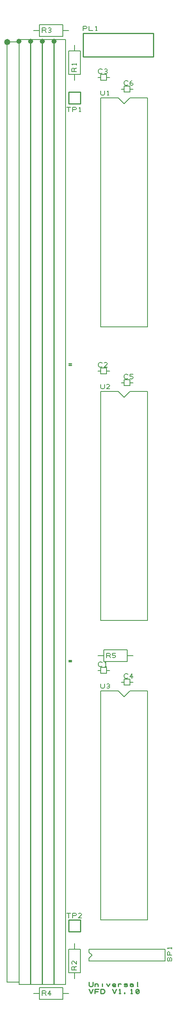
<source format=gbr>
G04 DesignSpark PCB Gerber Version 13.0 Build *
%FSLAX35Y35*%
%MOIN*%
%ADD11C,0.00500*%
%ADD10C,0.01000*%
X0Y0D02*
D02*
D10*
X66721Y75250D02*
Y65250D01*
X76721D01*
Y75250D01*
X66721D01*
Y295313D02*
X69221D01*
Y296563D02*
X66721D01*
Y547813D02*
X69221D01*
Y549063D02*
X66721D01*
Y780250D02*
Y770250D01*
X76721D01*
Y780250D01*
X66721D01*
X79221Y810250D02*
X139221D01*
Y830250D01*
X79221D01*
Y810250D01*
X84221Y22437D02*
Y19625D01*
X84534Y19000D01*
X85159Y18687D01*
X86409D01*
X87034Y19000D01*
X87346Y19625D01*
Y22437D01*
X89221Y18687D02*
Y21187D01*
Y20250D02*
X89534Y20875D01*
X90159Y21187D01*
X90784D01*
X91409Y20875D01*
X91721Y20250D01*
Y18687D01*
X95471D02*
Y21187D01*
Y22125D02*
X99221Y21187D02*
X100471Y18687D01*
X101721Y21187D01*
X106721Y19000D02*
X106409Y18687D01*
X105784D01*
X105159D01*
X104534Y19000D01*
X104221Y19625D01*
Y20563D01*
X104534Y20875D01*
X105159Y21187D01*
X105784D01*
X106409Y20875D01*
X106721Y20563D01*
Y20250D01*
X106409Y19937D01*
X105784Y19625D01*
X105159D01*
X104534Y19937D01*
X104221Y20250D01*
X109221Y18687D02*
Y21187D01*
Y20250D02*
X109534Y20875D01*
X110159Y21187D01*
X110784D01*
X111409Y20875D01*
X114221Y19000D02*
X114846Y18687D01*
X116096D01*
X116721Y19000D01*
Y19625D01*
X116096Y19937D01*
X114846D01*
X114221Y20250D01*
Y20875D01*
X114846Y21187D01*
X116096D01*
X116721Y20875D01*
X119221D02*
X119846Y21187D01*
X120784D01*
X121409Y20875D01*
X121721Y20250D01*
Y19313D01*
X121409Y19000D01*
X120784Y18687D01*
X120159D01*
X119534Y19000D01*
X119221Y19313D01*
Y19625D01*
X119534Y19937D01*
X120159Y20250D01*
X120784D01*
X121409Y19937D01*
X121721Y19625D01*
Y19313D02*
Y18687D01*
X125784D02*
X125471D01*
Y22437D01*
X84221Y16437D02*
X85784Y12687D01*
X87346Y16437D01*
X89221Y12687D02*
Y16437D01*
X92346D01*
X91721Y14563D02*
X89221D01*
X94221Y12687D02*
Y16437D01*
X96096D01*
X96721Y16125D01*
X97034Y15813D01*
X97346Y15187D01*
Y13937D01*
X97034Y13313D01*
X96721Y13000D01*
X96096Y12687D01*
X94221D01*
X104221Y16437D02*
X105784Y12687D01*
X107346Y16437D01*
X109846Y12687D02*
X111096D01*
X110471D02*
Y16437D01*
X109846Y15813D01*
X114534Y12687D02*
X114846Y13000D01*
X114534Y13313D01*
X114221Y13000D01*
X114534Y12687D01*
X119846D02*
X121096D01*
X120471D02*
Y16437D01*
X119846Y15813D01*
X124534Y13000D02*
X125159Y12687D01*
X125784D01*
X126409Y13000D01*
X126721Y13625D01*
Y15500D01*
X126409Y16125D01*
X125784Y16437D01*
X125159D01*
X124534Y16125D01*
X124221Y15500D01*
Y13625D01*
X124534Y13000D01*
X126409Y16125D01*
D02*
D11*
X13946Y823026D02*
Y22474D01*
X24497D01*
Y823026D01*
X13946D01*
X14221Y825250D02*
G75*
G03*
Y820620I0J-2315D01*
G01*
G75*
G03*
Y825250I0J2315D01*
G01*
G36*
X14221Y825250D02*
G75*
G03*
Y820620I0J-2315D01*
G01*
G75*
G03*
Y825250I0J2315D01*
G01*
G37*
X24221Y825388D02*
G75*
G03*
Y821750I0J-1819D01*
G01*
G75*
G03*
Y825388I0J1819D01*
G01*
G36*
X24221Y825388D02*
G75*
G03*
Y821750I0J-1819D01*
G01*
G75*
G03*
Y825388I0J1819D01*
G01*
G37*
X24253Y824955D02*
Y20545D01*
X34190D01*
Y824955D01*
X24253D01*
X34221Y825388D02*
G75*
G03*
Y821750I0J-1819D01*
G01*
G75*
G03*
Y825388I0J1819D01*
G01*
G36*
X34221Y825388D02*
G75*
G03*
Y821750I0J-1819D01*
G01*
G75*
G03*
Y825388I0J1819D01*
G01*
G37*
X34253Y824955D02*
Y20545D01*
X44190D01*
Y824955D01*
X34253D01*
X36721Y12750D02*
X41721D01*
X36721Y832750D02*
X41721D01*
Y7750D02*
Y17750D01*
X61721D01*
Y7750D01*
X41721D01*
Y827750D02*
Y837750D01*
X61721D01*
Y827750D01*
X41721D01*
X44221Y11187D02*
Y14937D01*
X46409D01*
X47034Y14625D01*
X47346Y14000D01*
X47034Y13375D01*
X46409Y13063D01*
X44221D01*
X46409D02*
X47346Y11187D01*
X50784D02*
Y14937D01*
X49221Y12437D01*
X51721D01*
X44221Y825388D02*
G75*
G03*
Y821750I0J-1819D01*
G01*
G75*
G03*
Y825388I0J1819D01*
G01*
G36*
X44221Y825388D02*
G75*
G03*
Y821750I0J-1819D01*
G01*
G75*
G03*
Y825388I0J1819D01*
G01*
G37*
Y831187D02*
Y834937D01*
X46409D01*
X47034Y834625D01*
X47346Y834000D01*
X47034Y833375D01*
X46409Y833063D01*
X44221D01*
X46409D02*
X47346Y831187D01*
X49534Y831500D02*
X50159Y831187D01*
X50784D01*
X51409Y831500D01*
X51721Y832125D01*
X51409Y832750D01*
X50784Y833063D01*
X50159D01*
X50784D02*
X51409Y833375D01*
X51721Y834000D01*
X51409Y834625D01*
X50784Y834937D01*
X50159D01*
X49534Y834625D01*
X44253Y824955D02*
Y20545D01*
X54190D01*
Y824955D01*
X44253D01*
X54221Y825388D02*
G75*
G03*
Y821750I0J-1819D01*
G01*
G75*
G03*
Y825388I0J1819D01*
G01*
G36*
X54221Y825388D02*
G75*
G03*
Y821750I0J-1819D01*
G01*
G75*
G03*
Y825388I0J1819D01*
G01*
G37*
X54253Y824955D02*
Y20545D01*
X64190D01*
Y824955D01*
X54253D01*
X61721Y12750D02*
X66721D01*
X61721Y832750D02*
X66721D01*
X66784Y77187D02*
Y80937D01*
X65221D02*
X68346D01*
X70221Y77187D02*
Y80937D01*
X72409D01*
X73034Y80625D01*
X73346Y80000D01*
X73034Y79375D01*
X72409Y79063D01*
X70221D01*
X77721Y77187D02*
X75221D01*
X77409Y79375D01*
X77721Y80000D01*
X77409Y80625D01*
X76784Y80937D01*
X75846D01*
X75221Y80625D01*
X66784Y763687D02*
Y767437D01*
X65221D02*
X68346D01*
X70221Y763687D02*
Y767437D01*
X72409D01*
X73034Y767125D01*
X73346Y766500D01*
X73034Y765875D01*
X72409Y765563D01*
X70221D01*
X75846Y763687D02*
X77096D01*
X76471D02*
Y767437D01*
X75846Y766813D01*
X66721Y50250D02*
X76721D01*
Y30250D01*
X66721D01*
Y50250D01*
X71721Y30250D02*
Y25250D01*
Y55250D02*
Y50250D01*
Y790250D02*
Y795250D01*
Y815250D02*
Y820250D01*
X73284Y32750D02*
X69534D01*
Y34937D01*
X69846Y35563D01*
X70471Y35875D01*
X71096Y35563D01*
X71409Y34937D01*
Y32750D01*
Y34937D02*
X73284Y35875D01*
Y40250D02*
Y37750D01*
X71096Y39937D01*
X70471Y40250D01*
X69846Y39937D01*
X69534Y39313D01*
Y38375D01*
X69846Y37750D01*
X73284Y797750D02*
X69534D01*
Y799937D01*
X69846Y800563D01*
X70471Y800875D01*
X71096Y800563D01*
X71409Y799937D01*
Y797750D01*
Y799937D02*
X73284Y800875D01*
Y803375D02*
Y804625D01*
Y804000D02*
X69534D01*
X70159Y803375D01*
X76721Y795250D02*
X66721D01*
Y815250D01*
X76721D01*
Y795250D01*
X79221Y832687D02*
Y836437D01*
X81409D01*
X82034Y836125D01*
X82346Y835500D01*
X82034Y834875D01*
X81409Y834563D01*
X79221D01*
X84221Y836437D02*
Y832687D01*
X87346D01*
X89846D02*
X91096D01*
X90471D02*
Y836437D01*
X89846Y835813D01*
X95346Y291813D02*
X95034Y291500D01*
X94409Y291187D01*
X93471D01*
X92846Y291500D01*
X92534Y291813D01*
X92221Y292437D01*
Y293687D01*
X92534Y294313D01*
X92846Y294625D01*
X93471Y294937D01*
X94409D01*
X95034Y294625D01*
X95346Y294313D01*
X97846Y291187D02*
X99096D01*
X98471D02*
Y294937D01*
X97846Y294313D01*
X95346Y546813D02*
X95034Y546500D01*
X94409Y546187D01*
X93471D01*
X92846Y546500D01*
X92534Y546813D01*
X92221Y547437D01*
Y548687D01*
X92534Y549313D01*
X92846Y549625D01*
X93471Y549937D01*
X94409D01*
X95034Y549625D01*
X95346Y549313D01*
X99721Y546187D02*
X97221D01*
X99409Y548375D01*
X99721Y549000D01*
X99409Y549625D01*
X98784Y549937D01*
X97846D01*
X97221Y549625D01*
X95346Y796813D02*
X95034Y796500D01*
X94409Y796187D01*
X93471D01*
X92846Y796500D01*
X92534Y796813D01*
X92221Y797437D01*
Y798687D01*
X92534Y799313D01*
X92846Y799625D01*
X93471Y799937D01*
X94409D01*
X95034Y799625D01*
X95346Y799313D01*
X97534Y796500D02*
X98159Y796187D01*
X98784D01*
X99409Y796500D01*
X99721Y797125D01*
X99409Y797750D01*
X98784Y798063D01*
X98159D01*
X98784D02*
X99409Y798375D01*
X99721Y799000D01*
X99409Y799625D01*
X98784Y799937D01*
X98159D01*
X97534Y799625D01*
X94221Y75250D02*
Y270250D01*
X109221D01*
X114221Y265250D01*
X119221Y270250D01*
X134221D01*
Y75250D01*
X94221D01*
Y276437D02*
Y273625D01*
X94534Y273000D01*
X95159Y272687D01*
X96409D01*
X97034Y273000D01*
X97346Y273625D01*
Y276437D01*
X99534Y273000D02*
X100159Y272687D01*
X100784D01*
X101409Y273000D01*
X101721Y273625D01*
X101409Y274250D01*
X100784Y274563D01*
X100159D01*
X100784D02*
X101409Y274875D01*
X101721Y275500D01*
X101409Y276125D01*
X100784Y276437D01*
X100159D01*
X99534Y276125D01*
X94221Y285250D02*
Y290250D01*
X99221D01*
Y285250D01*
X94221D01*
Y287750D02*
X91721D01*
X94221Y330250D02*
Y525250D01*
X109221D01*
X114221Y520250D01*
X119221Y525250D01*
X134221D01*
Y330250D01*
X94221D01*
Y531437D02*
Y528625D01*
X94534Y528000D01*
X95159Y527687D01*
X96409D01*
X97034Y528000D01*
X97346Y528625D01*
Y531437D01*
X101721Y527687D02*
X99221D01*
X101409Y529875D01*
X101721Y530500D01*
X101409Y531125D01*
X100784Y531437D01*
X99846D01*
X99221Y531125D01*
X94221Y540250D02*
Y545250D01*
X99221D01*
Y540250D01*
X94221D01*
Y542750D02*
X91721D01*
X94221Y580250D02*
Y775250D01*
X109221D01*
X114221Y770250D01*
X119221Y775250D01*
X134221D01*
Y580250D01*
X94221D01*
Y781437D02*
Y778625D01*
X94534Y778000D01*
X95159Y777687D01*
X96409D01*
X97034Y778000D01*
X97346Y778625D01*
Y781437D01*
X99846Y777687D02*
X101096D01*
X100471D02*
Y781437D01*
X99846Y780813D01*
X94221Y790250D02*
Y795250D01*
X99221D01*
Y790250D01*
X94221D01*
Y792750D02*
X91721D01*
X96721Y300250D02*
X91721D01*
X99221Y287750D02*
X101721D01*
X99221Y298687D02*
Y302437D01*
X101409D01*
X102034Y302125D01*
X102346Y301500D01*
X102034Y300875D01*
X101409Y300563D01*
X99221D01*
X101409D02*
X102346Y298687D01*
X104221Y299000D02*
X104846Y298687D01*
X105784D01*
X106409Y299000D01*
X106721Y299625D01*
Y299937D01*
X106409Y300563D01*
X105784Y300875D01*
X104221D01*
Y302437D01*
X106721D01*
X99221Y542750D02*
X101721D01*
X99221Y792750D02*
X101721D01*
X114221Y275250D02*
Y280250D01*
X119221D01*
Y275250D01*
X114221D01*
Y277750D02*
X111721D01*
X117346Y281813D02*
X117034Y281500D01*
X116409Y281187D01*
X115471D01*
X114846Y281500D01*
X114534Y281813D01*
X114221Y282437D01*
Y283687D01*
X114534Y284313D01*
X114846Y284625D01*
X115471Y284937D01*
X116409D01*
X117034Y284625D01*
X117346Y284313D01*
X120784Y281187D02*
Y284937D01*
X119221Y282437D01*
X121721D01*
X114221Y530250D02*
Y535250D01*
X119221D01*
Y530250D01*
X114221D01*
Y532750D02*
X111721D01*
X117346Y536813D02*
X117034Y536500D01*
X116409Y536187D01*
X115471D01*
X114846Y536500D01*
X114534Y536813D01*
X114221Y537437D01*
Y538687D01*
X114534Y539313D01*
X114846Y539625D01*
X115471Y539937D01*
X116409D01*
X117034Y539625D01*
X117346Y539313D01*
X119221Y536500D02*
X119846Y536187D01*
X120784D01*
X121409Y536500D01*
X121721Y537125D01*
Y537437D01*
X121409Y538063D01*
X120784Y538375D01*
X119221D01*
Y539937D01*
X121721D01*
X114221Y780250D02*
Y785250D01*
X119221D01*
Y780250D01*
X114221D01*
Y782750D02*
X111721D01*
X117346Y786813D02*
X117034Y786500D01*
X116409Y786187D01*
X115471D01*
X114846Y786500D01*
X114534Y786813D01*
X114221Y787437D01*
Y788687D01*
X114534Y789313D01*
X114846Y789625D01*
X115471Y789937D01*
X116409D01*
X117034Y789625D01*
X117346Y789313D01*
X119221Y787125D02*
X119534Y787750D01*
X120159Y788063D01*
X120784D01*
X121409Y787750D01*
X121721Y787125D01*
X121409Y786500D01*
X120784Y786187D01*
X120159D01*
X119534Y786500D01*
X119221Y787125D01*
Y788063D01*
X119534Y789000D01*
X120159Y789625D01*
X120784Y789937D01*
X116721Y305250D02*
Y295250D01*
X96721D01*
Y305250D01*
X116721D01*
X119221Y277750D02*
X121721D01*
X119221Y532750D02*
X121721D01*
X119221Y782750D02*
X121721D01*
Y300250D02*
X116721D01*
X149221Y40250D02*
X84221D01*
Y42750D01*
X86721Y45250D01*
X84221Y47750D01*
Y50250D01*
X149221D01*
Y40250D01*
X153846D02*
X154471Y40563D01*
X154784Y41187D01*
Y42437D01*
X154471Y43063D01*
X153846Y43375D01*
X153221Y43063D01*
X152909Y42437D01*
Y41187D01*
X152596Y40563D01*
X151971Y40250D01*
X151346Y40563D01*
X151034Y41187D01*
Y42437D01*
X151346Y43063D01*
X151971Y43375D01*
X154784Y45250D02*
X151034D01*
Y47437D01*
X151346Y48063D01*
X151971Y48375D01*
X152596Y48063D01*
X152909Y47437D01*
Y45250D01*
X154784Y50875D02*
Y52125D01*
Y51500D02*
X151034D01*
X151659Y50875D01*
X0Y0D02*
M02*

</source>
